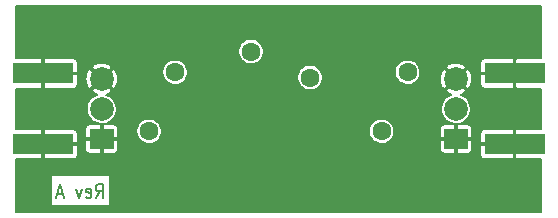
<source format=gbl>
G04 #@! TF.FileFunction,Copper,L2,Bot,Signal*
%FSLAX46Y46*%
G04 Gerber Fmt 4.6, Leading zero omitted, Abs format (unit mm)*
G04 Created by KiCad (PCBNEW 0.201510291901+6286~30~ubuntu14.04.1-product) date Sat 07 Nov 2015 01:58:48 PM PST*
%MOMM*%
G01*
G04 APERTURE LIST*
%ADD10C,0.100000*%
%ADD11C,0.200000*%
%ADD12C,0.500000*%
%ADD13R,5.080000X1.800000*%
%ADD14C,0.300000*%
%ADD15C,1.600000*%
%ADD16R,2.032000X1.727200*%
%ADD17C,2.000000*%
%ADD18C,0.150000*%
G04 APERTURE END LIST*
D10*
D11*
X107009524Y-98542857D02*
X107342858Y-97971429D01*
X107580953Y-98542857D02*
X107580953Y-97342857D01*
X107200000Y-97342857D01*
X107104762Y-97400000D01*
X107057143Y-97457143D01*
X107009524Y-97571429D01*
X107009524Y-97742857D01*
X107057143Y-97857143D01*
X107104762Y-97914286D01*
X107200000Y-97971429D01*
X107580953Y-97971429D01*
X106200000Y-98485714D02*
X106295238Y-98542857D01*
X106485715Y-98542857D01*
X106580953Y-98485714D01*
X106628572Y-98371429D01*
X106628572Y-97914286D01*
X106580953Y-97800000D01*
X106485715Y-97742857D01*
X106295238Y-97742857D01*
X106200000Y-97800000D01*
X106152381Y-97914286D01*
X106152381Y-98028571D01*
X106628572Y-98142857D01*
X105819048Y-97742857D02*
X105580953Y-98542857D01*
X105342857Y-97742857D01*
X104247619Y-98200000D02*
X103771428Y-98200000D01*
X104342857Y-98542857D02*
X104009524Y-97342857D01*
X103676190Y-98542857D01*
D12*
X128800000Y-86000000D03*
X116300000Y-86000000D03*
X116300000Y-89400000D03*
X128800000Y-89400000D03*
X109500000Y-88000000D03*
X135400000Y-88000000D03*
X109500000Y-94000000D03*
X135400000Y-94000000D03*
X125800000Y-93500000D03*
X125800000Y-96500000D03*
X122300000Y-96500000D03*
X122300000Y-93500000D03*
X118800000Y-96500000D03*
X118800000Y-93500000D03*
X139350000Y-94000000D03*
X139350000Y-88000000D03*
X143500000Y-92500000D03*
X141300000Y-92500000D03*
X143500000Y-89500000D03*
X141300000Y-89500000D03*
X141300000Y-86400000D03*
X143500000Y-86400000D03*
X143500000Y-95600000D03*
X141300000Y-95600000D03*
X103650000Y-92500000D03*
X101500000Y-92500000D03*
X101500000Y-89500000D03*
X103700000Y-89500000D03*
X103700000Y-86400000D03*
X101500000Y-86400000D03*
X103700000Y-95600000D03*
X101500000Y-95600000D03*
X105700000Y-88000000D03*
X105700000Y-94000000D03*
D13*
X102560000Y-88000000D03*
D14*
X104600000Y-88000000D03*
X100600000Y-88000000D03*
X101600000Y-88500000D03*
X101600000Y-87500000D03*
X102600000Y-88000000D03*
X103600000Y-88500000D03*
X103600000Y-87500000D03*
X104600000Y-94000000D03*
X100600000Y-94000000D03*
X101600000Y-94500000D03*
X101600000Y-93500000D03*
X102600000Y-94000000D03*
X103600000Y-94500000D03*
X103600000Y-93500000D03*
D13*
X102560000Y-94000000D03*
X142460000Y-88000000D03*
D14*
X144500000Y-88000000D03*
X140500000Y-88000000D03*
X141500000Y-88500000D03*
X141500000Y-87500000D03*
X142500000Y-88000000D03*
X143500000Y-88500000D03*
X143500000Y-87500000D03*
X144500000Y-94000000D03*
X140500000Y-94000000D03*
X141500000Y-94500000D03*
X141500000Y-93500000D03*
X142500000Y-94000000D03*
X143500000Y-94500000D03*
X143500000Y-93500000D03*
D13*
X142460000Y-94000000D03*
D15*
X133400000Y-87900000D03*
X131200000Y-92900000D03*
X120150000Y-86150000D03*
X125150000Y-88350000D03*
X111500000Y-92900000D03*
X113700000Y-87900000D03*
D16*
X137500000Y-93550000D03*
D17*
X137500000Y-91010000D03*
X137500000Y-88470000D03*
D16*
X107500000Y-93550000D03*
D17*
X107500000Y-91010000D03*
X107500000Y-88470000D03*
D18*
G36*
X144720000Y-86725000D02*
X142628750Y-86725000D01*
X142535000Y-86818750D01*
X142535000Y-87925000D01*
X142555000Y-87925000D01*
X142555000Y-88075000D01*
X142535000Y-88075000D01*
X142535000Y-89181250D01*
X142628750Y-89275000D01*
X144720000Y-89275000D01*
X144720000Y-92725000D01*
X142628750Y-92725000D01*
X142535000Y-92818750D01*
X142535000Y-93925000D01*
X142555000Y-93925000D01*
X142555000Y-94075000D01*
X142535000Y-94075000D01*
X142535000Y-95181250D01*
X142628750Y-95275000D01*
X144720000Y-95275000D01*
X144720000Y-99720000D01*
X100280000Y-99720000D01*
X100280000Y-96585000D01*
X103205952Y-96585000D01*
X103205952Y-99215000D01*
X108194048Y-99215000D01*
X108194048Y-96585000D01*
X103205952Y-96585000D01*
X100280000Y-96585000D01*
X100280000Y-95275000D01*
X102391250Y-95275000D01*
X102485000Y-95181250D01*
X102485000Y-94075000D01*
X102635000Y-94075000D01*
X102635000Y-95181250D01*
X102728750Y-95275000D01*
X105136935Y-95275000D01*
X105209384Y-95260589D01*
X105277629Y-95232321D01*
X105339049Y-95191281D01*
X105391282Y-95139048D01*
X105432321Y-95077629D01*
X105460589Y-95009383D01*
X105475000Y-94936934D01*
X105475000Y-94168750D01*
X105381250Y-94075000D01*
X102635000Y-94075000D01*
X102485000Y-94075000D01*
X102465000Y-94075000D01*
X102465000Y-93925000D01*
X102485000Y-93925000D01*
X102485000Y-92818750D01*
X102635000Y-92818750D01*
X102635000Y-93925000D01*
X105381250Y-93925000D01*
X105475000Y-93831250D01*
X105475000Y-93718750D01*
X106109000Y-93718750D01*
X106109000Y-94450535D01*
X106123411Y-94522984D01*
X106151679Y-94591229D01*
X106192719Y-94652649D01*
X106244952Y-94704882D01*
X106306371Y-94745921D01*
X106374617Y-94774189D01*
X106447066Y-94788600D01*
X107331250Y-94788600D01*
X107425000Y-94694850D01*
X107425000Y-93625000D01*
X107575000Y-93625000D01*
X107575000Y-94694850D01*
X107668750Y-94788600D01*
X108552934Y-94788600D01*
X108625383Y-94774189D01*
X108693629Y-94745921D01*
X108755048Y-94704882D01*
X108807281Y-94652649D01*
X108848321Y-94591229D01*
X108876589Y-94522984D01*
X108891000Y-94450535D01*
X108891000Y-93718750D01*
X108797250Y-93625000D01*
X107575000Y-93625000D01*
X107425000Y-93625000D01*
X106202750Y-93625000D01*
X106109000Y-93718750D01*
X105475000Y-93718750D01*
X105475000Y-93063066D01*
X105460589Y-92990617D01*
X105432321Y-92922371D01*
X105391282Y-92860952D01*
X105339049Y-92808719D01*
X105277629Y-92767679D01*
X105209384Y-92739411D01*
X105136935Y-92725000D01*
X102728750Y-92725000D01*
X102635000Y-92818750D01*
X102485000Y-92818750D01*
X102391250Y-92725000D01*
X100280000Y-92725000D01*
X100280000Y-92649465D01*
X106109000Y-92649465D01*
X106109000Y-93381250D01*
X106202750Y-93475000D01*
X107425000Y-93475000D01*
X107425000Y-92405150D01*
X107575000Y-92405150D01*
X107575000Y-93475000D01*
X108797250Y-93475000D01*
X108891000Y-93381250D01*
X108891000Y-92990389D01*
X110423587Y-92990389D01*
X110461644Y-93197744D01*
X110539252Y-93393758D01*
X110653454Y-93570964D01*
X110799900Y-93722614D01*
X110973014Y-93842931D01*
X111166200Y-93927332D01*
X111372100Y-93972602D01*
X111582872Y-93977017D01*
X111790487Y-93940409D01*
X111987038Y-93864172D01*
X112165038Y-93751210D01*
X112317707Y-93605826D01*
X112439229Y-93433556D01*
X112524977Y-93240964D01*
X112571683Y-93035385D01*
X112572311Y-92990389D01*
X130123587Y-92990389D01*
X130161644Y-93197744D01*
X130239252Y-93393758D01*
X130353454Y-93570964D01*
X130499900Y-93722614D01*
X130673014Y-93842931D01*
X130866200Y-93927332D01*
X131072100Y-93972602D01*
X131282872Y-93977017D01*
X131490487Y-93940409D01*
X131687038Y-93864172D01*
X131865038Y-93751210D01*
X131899124Y-93718750D01*
X136109000Y-93718750D01*
X136109000Y-94450535D01*
X136123411Y-94522984D01*
X136151679Y-94591229D01*
X136192719Y-94652649D01*
X136244952Y-94704882D01*
X136306371Y-94745921D01*
X136374617Y-94774189D01*
X136447066Y-94788600D01*
X137331250Y-94788600D01*
X137425000Y-94694850D01*
X137425000Y-93625000D01*
X137575000Y-93625000D01*
X137575000Y-94694850D01*
X137668750Y-94788600D01*
X138552934Y-94788600D01*
X138625383Y-94774189D01*
X138693629Y-94745921D01*
X138755048Y-94704882D01*
X138807281Y-94652649D01*
X138848321Y-94591229D01*
X138876589Y-94522984D01*
X138891000Y-94450535D01*
X138891000Y-94168750D01*
X139545000Y-94168750D01*
X139545000Y-94936934D01*
X139559411Y-95009383D01*
X139587679Y-95077629D01*
X139628718Y-95139048D01*
X139680951Y-95191281D01*
X139742371Y-95232321D01*
X139810616Y-95260589D01*
X139883065Y-95275000D01*
X142291250Y-95275000D01*
X142385000Y-95181250D01*
X142385000Y-94075000D01*
X139638750Y-94075000D01*
X139545000Y-94168750D01*
X138891000Y-94168750D01*
X138891000Y-93718750D01*
X138797250Y-93625000D01*
X137575000Y-93625000D01*
X137425000Y-93625000D01*
X136202750Y-93625000D01*
X136109000Y-93718750D01*
X131899124Y-93718750D01*
X132017707Y-93605826D01*
X132139229Y-93433556D01*
X132224977Y-93240964D01*
X132271683Y-93035385D01*
X132275046Y-92794591D01*
X132246310Y-92649465D01*
X136109000Y-92649465D01*
X136109000Y-93381250D01*
X136202750Y-93475000D01*
X137425000Y-93475000D01*
X137425000Y-92405150D01*
X137575000Y-92405150D01*
X137575000Y-93475000D01*
X138797250Y-93475000D01*
X138891000Y-93381250D01*
X138891000Y-93063066D01*
X139545000Y-93063066D01*
X139545000Y-93831250D01*
X139638750Y-93925000D01*
X142385000Y-93925000D01*
X142385000Y-92818750D01*
X142291250Y-92725000D01*
X139883065Y-92725000D01*
X139810616Y-92739411D01*
X139742371Y-92767679D01*
X139680951Y-92808719D01*
X139628718Y-92860952D01*
X139587679Y-92922371D01*
X139559411Y-92990617D01*
X139545000Y-93063066D01*
X138891000Y-93063066D01*
X138891000Y-92649465D01*
X138876589Y-92577016D01*
X138848321Y-92508771D01*
X138807281Y-92447351D01*
X138755048Y-92395118D01*
X138693629Y-92354079D01*
X138625383Y-92325811D01*
X138552934Y-92311400D01*
X137668750Y-92311400D01*
X137575000Y-92405150D01*
X137425000Y-92405150D01*
X137331250Y-92311400D01*
X136447066Y-92311400D01*
X136374617Y-92325811D01*
X136306371Y-92354079D01*
X136244952Y-92395118D01*
X136192719Y-92447351D01*
X136151679Y-92508771D01*
X136123411Y-92577016D01*
X136109000Y-92649465D01*
X132246310Y-92649465D01*
X132234097Y-92587788D01*
X132153761Y-92392876D01*
X132037096Y-92217281D01*
X131888546Y-92067691D01*
X131713770Y-91949803D01*
X131519424Y-91868107D01*
X131312912Y-91825716D01*
X131102099Y-91824245D01*
X130895014Y-91863748D01*
X130699547Y-91942722D01*
X130523142Y-92058158D01*
X130372518Y-92205660D01*
X130253413Y-92379609D01*
X130170362Y-92573380D01*
X130126531Y-92779591D01*
X130123587Y-92990389D01*
X112572311Y-92990389D01*
X112575046Y-92794591D01*
X112534097Y-92587788D01*
X112453761Y-92392876D01*
X112337096Y-92217281D01*
X112188546Y-92067691D01*
X112013770Y-91949803D01*
X111819424Y-91868107D01*
X111612912Y-91825716D01*
X111402099Y-91824245D01*
X111195014Y-91863748D01*
X110999547Y-91942722D01*
X110823142Y-92058158D01*
X110672518Y-92205660D01*
X110553413Y-92379609D01*
X110470362Y-92573380D01*
X110426531Y-92779591D01*
X110423587Y-92990389D01*
X108891000Y-92990389D01*
X108891000Y-92649465D01*
X108876589Y-92577016D01*
X108848321Y-92508771D01*
X108807281Y-92447351D01*
X108755048Y-92395118D01*
X108693629Y-92354079D01*
X108625383Y-92325811D01*
X108552934Y-92311400D01*
X107668750Y-92311400D01*
X107575000Y-92405150D01*
X107425000Y-92405150D01*
X107331250Y-92311400D01*
X106447066Y-92311400D01*
X106374617Y-92325811D01*
X106306371Y-92354079D01*
X106244952Y-92395118D01*
X106192719Y-92447351D01*
X106151679Y-92508771D01*
X106123411Y-92577016D01*
X106109000Y-92649465D01*
X100280000Y-92649465D01*
X100280000Y-91117205D01*
X106223324Y-91117205D01*
X106268461Y-91363138D01*
X106360507Y-91595620D01*
X106495956Y-91805795D01*
X106669649Y-91985659D01*
X106874969Y-92128361D01*
X107104097Y-92228464D01*
X107348305Y-92282157D01*
X107598290Y-92287393D01*
X107844532Y-92243974D01*
X108077650Y-92153553D01*
X108288766Y-92019575D01*
X108469839Y-91847142D01*
X108613970Y-91642823D01*
X108715671Y-91414400D01*
X108771067Y-91170573D01*
X108771812Y-91117205D01*
X136223324Y-91117205D01*
X136268461Y-91363138D01*
X136360507Y-91595620D01*
X136495956Y-91805795D01*
X136669649Y-91985659D01*
X136874969Y-92128361D01*
X137104097Y-92228464D01*
X137348305Y-92282157D01*
X137598290Y-92287393D01*
X137844532Y-92243974D01*
X138077650Y-92153553D01*
X138288766Y-92019575D01*
X138469839Y-91847142D01*
X138613970Y-91642823D01*
X138715671Y-91414400D01*
X138771067Y-91170573D01*
X138775054Y-90884980D01*
X138726488Y-90639701D01*
X138631205Y-90408528D01*
X138492835Y-90200264D01*
X138316648Y-90022842D01*
X138109355Y-89883022D01*
X137887388Y-89789715D01*
X138047873Y-89738385D01*
X138250242Y-89630217D01*
X138356106Y-89432172D01*
X137500000Y-88576066D01*
X136643894Y-89432172D01*
X136749758Y-89630217D01*
X136990521Y-89754288D01*
X137115502Y-89790157D01*
X136906439Y-89874623D01*
X136697215Y-90011536D01*
X136518568Y-90186480D01*
X136377303Y-90392792D01*
X136278802Y-90622613D01*
X136226815Y-90867189D01*
X136223324Y-91117205D01*
X108771812Y-91117205D01*
X108775054Y-90884980D01*
X108726488Y-90639701D01*
X108631205Y-90408528D01*
X108492835Y-90200264D01*
X108316648Y-90022842D01*
X108109355Y-89883022D01*
X107887388Y-89789715D01*
X108047873Y-89738385D01*
X108250242Y-89630217D01*
X108356106Y-89432172D01*
X107500000Y-88576066D01*
X106643894Y-89432172D01*
X106749758Y-89630217D01*
X106990521Y-89754288D01*
X107115502Y-89790157D01*
X106906439Y-89874623D01*
X106697215Y-90011536D01*
X106518568Y-90186480D01*
X106377303Y-90392792D01*
X106278802Y-90622613D01*
X106226815Y-90867189D01*
X106223324Y-91117205D01*
X100280000Y-91117205D01*
X100280000Y-89275000D01*
X102391250Y-89275000D01*
X102485000Y-89181250D01*
X102485000Y-88075000D01*
X102635000Y-88075000D01*
X102635000Y-89181250D01*
X102728750Y-89275000D01*
X105136935Y-89275000D01*
X105209384Y-89260589D01*
X105277629Y-89232321D01*
X105339049Y-89191281D01*
X105391282Y-89139048D01*
X105432321Y-89077629D01*
X105460589Y-89009383D01*
X105475000Y-88936934D01*
X105475000Y-88490778D01*
X106118504Y-88490778D01*
X106149102Y-88759895D01*
X106231615Y-89017873D01*
X106339783Y-89220242D01*
X106537828Y-89326106D01*
X107393934Y-88470000D01*
X107606066Y-88470000D01*
X108462172Y-89326106D01*
X108660217Y-89220242D01*
X108784288Y-88979479D01*
X108859005Y-88719138D01*
X108881496Y-88449222D01*
X108850898Y-88180105D01*
X108790219Y-87990389D01*
X112623587Y-87990389D01*
X112661644Y-88197744D01*
X112739252Y-88393758D01*
X112853454Y-88570964D01*
X112999900Y-88722614D01*
X113173014Y-88842931D01*
X113366200Y-88927332D01*
X113572100Y-88972602D01*
X113782872Y-88977017D01*
X113990487Y-88940409D01*
X114187038Y-88864172D01*
X114365038Y-88751210D01*
X114517707Y-88605826D01*
X114634408Y-88440389D01*
X124073587Y-88440389D01*
X124111644Y-88647744D01*
X124189252Y-88843758D01*
X124303454Y-89020964D01*
X124449900Y-89172614D01*
X124623014Y-89292931D01*
X124816200Y-89377332D01*
X125022100Y-89422602D01*
X125232872Y-89427017D01*
X125440487Y-89390409D01*
X125637038Y-89314172D01*
X125815038Y-89201210D01*
X125967707Y-89055826D01*
X126089229Y-88883556D01*
X126174977Y-88690964D01*
X126221683Y-88485385D01*
X126225046Y-88244591D01*
X126184097Y-88037788D01*
X126164561Y-87990389D01*
X132323587Y-87990389D01*
X132361644Y-88197744D01*
X132439252Y-88393758D01*
X132553454Y-88570964D01*
X132699900Y-88722614D01*
X132873014Y-88842931D01*
X133066200Y-88927332D01*
X133272100Y-88972602D01*
X133482872Y-88977017D01*
X133690487Y-88940409D01*
X133887038Y-88864172D01*
X134065038Y-88751210D01*
X134217707Y-88605826D01*
X134298863Y-88490778D01*
X136118504Y-88490778D01*
X136149102Y-88759895D01*
X136231615Y-89017873D01*
X136339783Y-89220242D01*
X136537828Y-89326106D01*
X137393934Y-88470000D01*
X137606066Y-88470000D01*
X138462172Y-89326106D01*
X138660217Y-89220242D01*
X138784288Y-88979479D01*
X138859005Y-88719138D01*
X138881496Y-88449222D01*
X138850898Y-88180105D01*
X138847267Y-88168750D01*
X139545000Y-88168750D01*
X139545000Y-88936934D01*
X139559411Y-89009383D01*
X139587679Y-89077629D01*
X139628718Y-89139048D01*
X139680951Y-89191281D01*
X139742371Y-89232321D01*
X139810616Y-89260589D01*
X139883065Y-89275000D01*
X142291250Y-89275000D01*
X142385000Y-89181250D01*
X142385000Y-88075000D01*
X139638750Y-88075000D01*
X139545000Y-88168750D01*
X138847267Y-88168750D01*
X138768385Y-87922127D01*
X138660217Y-87719758D01*
X138462172Y-87613894D01*
X137606066Y-88470000D01*
X137393934Y-88470000D01*
X136537828Y-87613894D01*
X136339783Y-87719758D01*
X136215712Y-87960521D01*
X136140995Y-88220862D01*
X136118504Y-88490778D01*
X134298863Y-88490778D01*
X134339229Y-88433556D01*
X134424977Y-88240964D01*
X134471683Y-88035385D01*
X134475046Y-87794591D01*
X134434097Y-87587788D01*
X134401141Y-87507828D01*
X136643894Y-87507828D01*
X137500000Y-88363934D01*
X138356106Y-87507828D01*
X138250242Y-87309783D01*
X138009479Y-87185712D01*
X137749138Y-87110995D01*
X137479222Y-87088504D01*
X137210105Y-87119102D01*
X136952127Y-87201615D01*
X136749758Y-87309783D01*
X136643894Y-87507828D01*
X134401141Y-87507828D01*
X134353761Y-87392876D01*
X134237096Y-87217281D01*
X134088546Y-87067691D01*
X134081690Y-87063066D01*
X139545000Y-87063066D01*
X139545000Y-87831250D01*
X139638750Y-87925000D01*
X142385000Y-87925000D01*
X142385000Y-86818750D01*
X142291250Y-86725000D01*
X139883065Y-86725000D01*
X139810616Y-86739411D01*
X139742371Y-86767679D01*
X139680951Y-86808719D01*
X139628718Y-86860952D01*
X139587679Y-86922371D01*
X139559411Y-86990617D01*
X139545000Y-87063066D01*
X134081690Y-87063066D01*
X133913770Y-86949803D01*
X133719424Y-86868107D01*
X133512912Y-86825716D01*
X133302099Y-86824245D01*
X133095014Y-86863748D01*
X132899547Y-86942722D01*
X132723142Y-87058158D01*
X132572518Y-87205660D01*
X132453413Y-87379609D01*
X132370362Y-87573380D01*
X132326531Y-87779591D01*
X132323587Y-87990389D01*
X126164561Y-87990389D01*
X126103761Y-87842876D01*
X125987096Y-87667281D01*
X125838546Y-87517691D01*
X125663770Y-87399803D01*
X125469424Y-87318107D01*
X125262912Y-87275716D01*
X125052099Y-87274245D01*
X124845014Y-87313748D01*
X124649547Y-87392722D01*
X124473142Y-87508158D01*
X124322518Y-87655660D01*
X124203413Y-87829609D01*
X124120362Y-88023380D01*
X124076531Y-88229591D01*
X124073587Y-88440389D01*
X114634408Y-88440389D01*
X114639229Y-88433556D01*
X114724977Y-88240964D01*
X114771683Y-88035385D01*
X114775046Y-87794591D01*
X114734097Y-87587788D01*
X114653761Y-87392876D01*
X114537096Y-87217281D01*
X114388546Y-87067691D01*
X114213770Y-86949803D01*
X114019424Y-86868107D01*
X113812912Y-86825716D01*
X113602099Y-86824245D01*
X113395014Y-86863748D01*
X113199547Y-86942722D01*
X113023142Y-87058158D01*
X112872518Y-87205660D01*
X112753413Y-87379609D01*
X112670362Y-87573380D01*
X112626531Y-87779591D01*
X112623587Y-87990389D01*
X108790219Y-87990389D01*
X108768385Y-87922127D01*
X108660217Y-87719758D01*
X108462172Y-87613894D01*
X107606066Y-88470000D01*
X107393934Y-88470000D01*
X106537828Y-87613894D01*
X106339783Y-87719758D01*
X106215712Y-87960521D01*
X106140995Y-88220862D01*
X106118504Y-88490778D01*
X105475000Y-88490778D01*
X105475000Y-88168750D01*
X105381250Y-88075000D01*
X102635000Y-88075000D01*
X102485000Y-88075000D01*
X102465000Y-88075000D01*
X102465000Y-87925000D01*
X102485000Y-87925000D01*
X102485000Y-86818750D01*
X102635000Y-86818750D01*
X102635000Y-87925000D01*
X105381250Y-87925000D01*
X105475000Y-87831250D01*
X105475000Y-87507828D01*
X106643894Y-87507828D01*
X107500000Y-88363934D01*
X108356106Y-87507828D01*
X108250242Y-87309783D01*
X108009479Y-87185712D01*
X107749138Y-87110995D01*
X107479222Y-87088504D01*
X107210105Y-87119102D01*
X106952127Y-87201615D01*
X106749758Y-87309783D01*
X106643894Y-87507828D01*
X105475000Y-87507828D01*
X105475000Y-87063066D01*
X105460589Y-86990617D01*
X105432321Y-86922371D01*
X105391282Y-86860952D01*
X105339049Y-86808719D01*
X105277629Y-86767679D01*
X105209384Y-86739411D01*
X105136935Y-86725000D01*
X102728750Y-86725000D01*
X102635000Y-86818750D01*
X102485000Y-86818750D01*
X102391250Y-86725000D01*
X100280000Y-86725000D01*
X100280000Y-86240389D01*
X119073587Y-86240389D01*
X119111644Y-86447744D01*
X119189252Y-86643758D01*
X119303454Y-86820964D01*
X119449900Y-86972614D01*
X119623014Y-87092931D01*
X119816200Y-87177332D01*
X120022100Y-87222602D01*
X120232872Y-87227017D01*
X120440487Y-87190409D01*
X120637038Y-87114172D01*
X120815038Y-87001210D01*
X120967707Y-86855826D01*
X121089229Y-86683556D01*
X121174977Y-86490964D01*
X121221683Y-86285385D01*
X121225046Y-86044591D01*
X121184097Y-85837788D01*
X121103761Y-85642876D01*
X120987096Y-85467281D01*
X120838546Y-85317691D01*
X120663770Y-85199803D01*
X120469424Y-85118107D01*
X120262912Y-85075716D01*
X120052099Y-85074245D01*
X119845014Y-85113748D01*
X119649547Y-85192722D01*
X119473142Y-85308158D01*
X119322518Y-85455660D01*
X119203413Y-85629609D01*
X119120362Y-85823380D01*
X119076531Y-86029591D01*
X119073587Y-86240389D01*
X100280000Y-86240389D01*
X100280000Y-82280000D01*
X144720000Y-82280000D01*
X144720000Y-86725000D01*
X144720000Y-86725000D01*
G37*
X144720000Y-86725000D02*
X142628750Y-86725000D01*
X142535000Y-86818750D01*
X142535000Y-87925000D01*
X142555000Y-87925000D01*
X142555000Y-88075000D01*
X142535000Y-88075000D01*
X142535000Y-89181250D01*
X142628750Y-89275000D01*
X144720000Y-89275000D01*
X144720000Y-92725000D01*
X142628750Y-92725000D01*
X142535000Y-92818750D01*
X142535000Y-93925000D01*
X142555000Y-93925000D01*
X142555000Y-94075000D01*
X142535000Y-94075000D01*
X142535000Y-95181250D01*
X142628750Y-95275000D01*
X144720000Y-95275000D01*
X144720000Y-99720000D01*
X100280000Y-99720000D01*
X100280000Y-96585000D01*
X103205952Y-96585000D01*
X103205952Y-99215000D01*
X108194048Y-99215000D01*
X108194048Y-96585000D01*
X103205952Y-96585000D01*
X100280000Y-96585000D01*
X100280000Y-95275000D01*
X102391250Y-95275000D01*
X102485000Y-95181250D01*
X102485000Y-94075000D01*
X102635000Y-94075000D01*
X102635000Y-95181250D01*
X102728750Y-95275000D01*
X105136935Y-95275000D01*
X105209384Y-95260589D01*
X105277629Y-95232321D01*
X105339049Y-95191281D01*
X105391282Y-95139048D01*
X105432321Y-95077629D01*
X105460589Y-95009383D01*
X105475000Y-94936934D01*
X105475000Y-94168750D01*
X105381250Y-94075000D01*
X102635000Y-94075000D01*
X102485000Y-94075000D01*
X102465000Y-94075000D01*
X102465000Y-93925000D01*
X102485000Y-93925000D01*
X102485000Y-92818750D01*
X102635000Y-92818750D01*
X102635000Y-93925000D01*
X105381250Y-93925000D01*
X105475000Y-93831250D01*
X105475000Y-93718750D01*
X106109000Y-93718750D01*
X106109000Y-94450535D01*
X106123411Y-94522984D01*
X106151679Y-94591229D01*
X106192719Y-94652649D01*
X106244952Y-94704882D01*
X106306371Y-94745921D01*
X106374617Y-94774189D01*
X106447066Y-94788600D01*
X107331250Y-94788600D01*
X107425000Y-94694850D01*
X107425000Y-93625000D01*
X107575000Y-93625000D01*
X107575000Y-94694850D01*
X107668750Y-94788600D01*
X108552934Y-94788600D01*
X108625383Y-94774189D01*
X108693629Y-94745921D01*
X108755048Y-94704882D01*
X108807281Y-94652649D01*
X108848321Y-94591229D01*
X108876589Y-94522984D01*
X108891000Y-94450535D01*
X108891000Y-93718750D01*
X108797250Y-93625000D01*
X107575000Y-93625000D01*
X107425000Y-93625000D01*
X106202750Y-93625000D01*
X106109000Y-93718750D01*
X105475000Y-93718750D01*
X105475000Y-93063066D01*
X105460589Y-92990617D01*
X105432321Y-92922371D01*
X105391282Y-92860952D01*
X105339049Y-92808719D01*
X105277629Y-92767679D01*
X105209384Y-92739411D01*
X105136935Y-92725000D01*
X102728750Y-92725000D01*
X102635000Y-92818750D01*
X102485000Y-92818750D01*
X102391250Y-92725000D01*
X100280000Y-92725000D01*
X100280000Y-92649465D01*
X106109000Y-92649465D01*
X106109000Y-93381250D01*
X106202750Y-93475000D01*
X107425000Y-93475000D01*
X107425000Y-92405150D01*
X107575000Y-92405150D01*
X107575000Y-93475000D01*
X108797250Y-93475000D01*
X108891000Y-93381250D01*
X108891000Y-92990389D01*
X110423587Y-92990389D01*
X110461644Y-93197744D01*
X110539252Y-93393758D01*
X110653454Y-93570964D01*
X110799900Y-93722614D01*
X110973014Y-93842931D01*
X111166200Y-93927332D01*
X111372100Y-93972602D01*
X111582872Y-93977017D01*
X111790487Y-93940409D01*
X111987038Y-93864172D01*
X112165038Y-93751210D01*
X112317707Y-93605826D01*
X112439229Y-93433556D01*
X112524977Y-93240964D01*
X112571683Y-93035385D01*
X112572311Y-92990389D01*
X130123587Y-92990389D01*
X130161644Y-93197744D01*
X130239252Y-93393758D01*
X130353454Y-93570964D01*
X130499900Y-93722614D01*
X130673014Y-93842931D01*
X130866200Y-93927332D01*
X131072100Y-93972602D01*
X131282872Y-93977017D01*
X131490487Y-93940409D01*
X131687038Y-93864172D01*
X131865038Y-93751210D01*
X131899124Y-93718750D01*
X136109000Y-93718750D01*
X136109000Y-94450535D01*
X136123411Y-94522984D01*
X136151679Y-94591229D01*
X136192719Y-94652649D01*
X136244952Y-94704882D01*
X136306371Y-94745921D01*
X136374617Y-94774189D01*
X136447066Y-94788600D01*
X137331250Y-94788600D01*
X137425000Y-94694850D01*
X137425000Y-93625000D01*
X137575000Y-93625000D01*
X137575000Y-94694850D01*
X137668750Y-94788600D01*
X138552934Y-94788600D01*
X138625383Y-94774189D01*
X138693629Y-94745921D01*
X138755048Y-94704882D01*
X138807281Y-94652649D01*
X138848321Y-94591229D01*
X138876589Y-94522984D01*
X138891000Y-94450535D01*
X138891000Y-94168750D01*
X139545000Y-94168750D01*
X139545000Y-94936934D01*
X139559411Y-95009383D01*
X139587679Y-95077629D01*
X139628718Y-95139048D01*
X139680951Y-95191281D01*
X139742371Y-95232321D01*
X139810616Y-95260589D01*
X139883065Y-95275000D01*
X142291250Y-95275000D01*
X142385000Y-95181250D01*
X142385000Y-94075000D01*
X139638750Y-94075000D01*
X139545000Y-94168750D01*
X138891000Y-94168750D01*
X138891000Y-93718750D01*
X138797250Y-93625000D01*
X137575000Y-93625000D01*
X137425000Y-93625000D01*
X136202750Y-93625000D01*
X136109000Y-93718750D01*
X131899124Y-93718750D01*
X132017707Y-93605826D01*
X132139229Y-93433556D01*
X132224977Y-93240964D01*
X132271683Y-93035385D01*
X132275046Y-92794591D01*
X132246310Y-92649465D01*
X136109000Y-92649465D01*
X136109000Y-93381250D01*
X136202750Y-93475000D01*
X137425000Y-93475000D01*
X137425000Y-92405150D01*
X137575000Y-92405150D01*
X137575000Y-93475000D01*
X138797250Y-93475000D01*
X138891000Y-93381250D01*
X138891000Y-93063066D01*
X139545000Y-93063066D01*
X139545000Y-93831250D01*
X139638750Y-93925000D01*
X142385000Y-93925000D01*
X142385000Y-92818750D01*
X142291250Y-92725000D01*
X139883065Y-92725000D01*
X139810616Y-92739411D01*
X139742371Y-92767679D01*
X139680951Y-92808719D01*
X139628718Y-92860952D01*
X139587679Y-92922371D01*
X139559411Y-92990617D01*
X139545000Y-93063066D01*
X138891000Y-93063066D01*
X138891000Y-92649465D01*
X138876589Y-92577016D01*
X138848321Y-92508771D01*
X138807281Y-92447351D01*
X138755048Y-92395118D01*
X138693629Y-92354079D01*
X138625383Y-92325811D01*
X138552934Y-92311400D01*
X137668750Y-92311400D01*
X137575000Y-92405150D01*
X137425000Y-92405150D01*
X137331250Y-92311400D01*
X136447066Y-92311400D01*
X136374617Y-92325811D01*
X136306371Y-92354079D01*
X136244952Y-92395118D01*
X136192719Y-92447351D01*
X136151679Y-92508771D01*
X136123411Y-92577016D01*
X136109000Y-92649465D01*
X132246310Y-92649465D01*
X132234097Y-92587788D01*
X132153761Y-92392876D01*
X132037096Y-92217281D01*
X131888546Y-92067691D01*
X131713770Y-91949803D01*
X131519424Y-91868107D01*
X131312912Y-91825716D01*
X131102099Y-91824245D01*
X130895014Y-91863748D01*
X130699547Y-91942722D01*
X130523142Y-92058158D01*
X130372518Y-92205660D01*
X130253413Y-92379609D01*
X130170362Y-92573380D01*
X130126531Y-92779591D01*
X130123587Y-92990389D01*
X112572311Y-92990389D01*
X112575046Y-92794591D01*
X112534097Y-92587788D01*
X112453761Y-92392876D01*
X112337096Y-92217281D01*
X112188546Y-92067691D01*
X112013770Y-91949803D01*
X111819424Y-91868107D01*
X111612912Y-91825716D01*
X111402099Y-91824245D01*
X111195014Y-91863748D01*
X110999547Y-91942722D01*
X110823142Y-92058158D01*
X110672518Y-92205660D01*
X110553413Y-92379609D01*
X110470362Y-92573380D01*
X110426531Y-92779591D01*
X110423587Y-92990389D01*
X108891000Y-92990389D01*
X108891000Y-92649465D01*
X108876589Y-92577016D01*
X108848321Y-92508771D01*
X108807281Y-92447351D01*
X108755048Y-92395118D01*
X108693629Y-92354079D01*
X108625383Y-92325811D01*
X108552934Y-92311400D01*
X107668750Y-92311400D01*
X107575000Y-92405150D01*
X107425000Y-92405150D01*
X107331250Y-92311400D01*
X106447066Y-92311400D01*
X106374617Y-92325811D01*
X106306371Y-92354079D01*
X106244952Y-92395118D01*
X106192719Y-92447351D01*
X106151679Y-92508771D01*
X106123411Y-92577016D01*
X106109000Y-92649465D01*
X100280000Y-92649465D01*
X100280000Y-91117205D01*
X106223324Y-91117205D01*
X106268461Y-91363138D01*
X106360507Y-91595620D01*
X106495956Y-91805795D01*
X106669649Y-91985659D01*
X106874969Y-92128361D01*
X107104097Y-92228464D01*
X107348305Y-92282157D01*
X107598290Y-92287393D01*
X107844532Y-92243974D01*
X108077650Y-92153553D01*
X108288766Y-92019575D01*
X108469839Y-91847142D01*
X108613970Y-91642823D01*
X108715671Y-91414400D01*
X108771067Y-91170573D01*
X108771812Y-91117205D01*
X136223324Y-91117205D01*
X136268461Y-91363138D01*
X136360507Y-91595620D01*
X136495956Y-91805795D01*
X136669649Y-91985659D01*
X136874969Y-92128361D01*
X137104097Y-92228464D01*
X137348305Y-92282157D01*
X137598290Y-92287393D01*
X137844532Y-92243974D01*
X138077650Y-92153553D01*
X138288766Y-92019575D01*
X138469839Y-91847142D01*
X138613970Y-91642823D01*
X138715671Y-91414400D01*
X138771067Y-91170573D01*
X138775054Y-90884980D01*
X138726488Y-90639701D01*
X138631205Y-90408528D01*
X138492835Y-90200264D01*
X138316648Y-90022842D01*
X138109355Y-89883022D01*
X137887388Y-89789715D01*
X138047873Y-89738385D01*
X138250242Y-89630217D01*
X138356106Y-89432172D01*
X137500000Y-88576066D01*
X136643894Y-89432172D01*
X136749758Y-89630217D01*
X136990521Y-89754288D01*
X137115502Y-89790157D01*
X136906439Y-89874623D01*
X136697215Y-90011536D01*
X136518568Y-90186480D01*
X136377303Y-90392792D01*
X136278802Y-90622613D01*
X136226815Y-90867189D01*
X136223324Y-91117205D01*
X108771812Y-91117205D01*
X108775054Y-90884980D01*
X108726488Y-90639701D01*
X108631205Y-90408528D01*
X108492835Y-90200264D01*
X108316648Y-90022842D01*
X108109355Y-89883022D01*
X107887388Y-89789715D01*
X108047873Y-89738385D01*
X108250242Y-89630217D01*
X108356106Y-89432172D01*
X107500000Y-88576066D01*
X106643894Y-89432172D01*
X106749758Y-89630217D01*
X106990521Y-89754288D01*
X107115502Y-89790157D01*
X106906439Y-89874623D01*
X106697215Y-90011536D01*
X106518568Y-90186480D01*
X106377303Y-90392792D01*
X106278802Y-90622613D01*
X106226815Y-90867189D01*
X106223324Y-91117205D01*
X100280000Y-91117205D01*
X100280000Y-89275000D01*
X102391250Y-89275000D01*
X102485000Y-89181250D01*
X102485000Y-88075000D01*
X102635000Y-88075000D01*
X102635000Y-89181250D01*
X102728750Y-89275000D01*
X105136935Y-89275000D01*
X105209384Y-89260589D01*
X105277629Y-89232321D01*
X105339049Y-89191281D01*
X105391282Y-89139048D01*
X105432321Y-89077629D01*
X105460589Y-89009383D01*
X105475000Y-88936934D01*
X105475000Y-88490778D01*
X106118504Y-88490778D01*
X106149102Y-88759895D01*
X106231615Y-89017873D01*
X106339783Y-89220242D01*
X106537828Y-89326106D01*
X107393934Y-88470000D01*
X107606066Y-88470000D01*
X108462172Y-89326106D01*
X108660217Y-89220242D01*
X108784288Y-88979479D01*
X108859005Y-88719138D01*
X108881496Y-88449222D01*
X108850898Y-88180105D01*
X108790219Y-87990389D01*
X112623587Y-87990389D01*
X112661644Y-88197744D01*
X112739252Y-88393758D01*
X112853454Y-88570964D01*
X112999900Y-88722614D01*
X113173014Y-88842931D01*
X113366200Y-88927332D01*
X113572100Y-88972602D01*
X113782872Y-88977017D01*
X113990487Y-88940409D01*
X114187038Y-88864172D01*
X114365038Y-88751210D01*
X114517707Y-88605826D01*
X114634408Y-88440389D01*
X124073587Y-88440389D01*
X124111644Y-88647744D01*
X124189252Y-88843758D01*
X124303454Y-89020964D01*
X124449900Y-89172614D01*
X124623014Y-89292931D01*
X124816200Y-89377332D01*
X125022100Y-89422602D01*
X125232872Y-89427017D01*
X125440487Y-89390409D01*
X125637038Y-89314172D01*
X125815038Y-89201210D01*
X125967707Y-89055826D01*
X126089229Y-88883556D01*
X126174977Y-88690964D01*
X126221683Y-88485385D01*
X126225046Y-88244591D01*
X126184097Y-88037788D01*
X126164561Y-87990389D01*
X132323587Y-87990389D01*
X132361644Y-88197744D01*
X132439252Y-88393758D01*
X132553454Y-88570964D01*
X132699900Y-88722614D01*
X132873014Y-88842931D01*
X133066200Y-88927332D01*
X133272100Y-88972602D01*
X133482872Y-88977017D01*
X133690487Y-88940409D01*
X133887038Y-88864172D01*
X134065038Y-88751210D01*
X134217707Y-88605826D01*
X134298863Y-88490778D01*
X136118504Y-88490778D01*
X136149102Y-88759895D01*
X136231615Y-89017873D01*
X136339783Y-89220242D01*
X136537828Y-89326106D01*
X137393934Y-88470000D01*
X137606066Y-88470000D01*
X138462172Y-89326106D01*
X138660217Y-89220242D01*
X138784288Y-88979479D01*
X138859005Y-88719138D01*
X138881496Y-88449222D01*
X138850898Y-88180105D01*
X138847267Y-88168750D01*
X139545000Y-88168750D01*
X139545000Y-88936934D01*
X139559411Y-89009383D01*
X139587679Y-89077629D01*
X139628718Y-89139048D01*
X139680951Y-89191281D01*
X139742371Y-89232321D01*
X139810616Y-89260589D01*
X139883065Y-89275000D01*
X142291250Y-89275000D01*
X142385000Y-89181250D01*
X142385000Y-88075000D01*
X139638750Y-88075000D01*
X139545000Y-88168750D01*
X138847267Y-88168750D01*
X138768385Y-87922127D01*
X138660217Y-87719758D01*
X138462172Y-87613894D01*
X137606066Y-88470000D01*
X137393934Y-88470000D01*
X136537828Y-87613894D01*
X136339783Y-87719758D01*
X136215712Y-87960521D01*
X136140995Y-88220862D01*
X136118504Y-88490778D01*
X134298863Y-88490778D01*
X134339229Y-88433556D01*
X134424977Y-88240964D01*
X134471683Y-88035385D01*
X134475046Y-87794591D01*
X134434097Y-87587788D01*
X134401141Y-87507828D01*
X136643894Y-87507828D01*
X137500000Y-88363934D01*
X138356106Y-87507828D01*
X138250242Y-87309783D01*
X138009479Y-87185712D01*
X137749138Y-87110995D01*
X137479222Y-87088504D01*
X137210105Y-87119102D01*
X136952127Y-87201615D01*
X136749758Y-87309783D01*
X136643894Y-87507828D01*
X134401141Y-87507828D01*
X134353761Y-87392876D01*
X134237096Y-87217281D01*
X134088546Y-87067691D01*
X134081690Y-87063066D01*
X139545000Y-87063066D01*
X139545000Y-87831250D01*
X139638750Y-87925000D01*
X142385000Y-87925000D01*
X142385000Y-86818750D01*
X142291250Y-86725000D01*
X139883065Y-86725000D01*
X139810616Y-86739411D01*
X139742371Y-86767679D01*
X139680951Y-86808719D01*
X139628718Y-86860952D01*
X139587679Y-86922371D01*
X139559411Y-86990617D01*
X139545000Y-87063066D01*
X134081690Y-87063066D01*
X133913770Y-86949803D01*
X133719424Y-86868107D01*
X133512912Y-86825716D01*
X133302099Y-86824245D01*
X133095014Y-86863748D01*
X132899547Y-86942722D01*
X132723142Y-87058158D01*
X132572518Y-87205660D01*
X132453413Y-87379609D01*
X132370362Y-87573380D01*
X132326531Y-87779591D01*
X132323587Y-87990389D01*
X126164561Y-87990389D01*
X126103761Y-87842876D01*
X125987096Y-87667281D01*
X125838546Y-87517691D01*
X125663770Y-87399803D01*
X125469424Y-87318107D01*
X125262912Y-87275716D01*
X125052099Y-87274245D01*
X124845014Y-87313748D01*
X124649547Y-87392722D01*
X124473142Y-87508158D01*
X124322518Y-87655660D01*
X124203413Y-87829609D01*
X124120362Y-88023380D01*
X124076531Y-88229591D01*
X124073587Y-88440389D01*
X114634408Y-88440389D01*
X114639229Y-88433556D01*
X114724977Y-88240964D01*
X114771683Y-88035385D01*
X114775046Y-87794591D01*
X114734097Y-87587788D01*
X114653761Y-87392876D01*
X114537096Y-87217281D01*
X114388546Y-87067691D01*
X114213770Y-86949803D01*
X114019424Y-86868107D01*
X113812912Y-86825716D01*
X113602099Y-86824245D01*
X113395014Y-86863748D01*
X113199547Y-86942722D01*
X113023142Y-87058158D01*
X112872518Y-87205660D01*
X112753413Y-87379609D01*
X112670362Y-87573380D01*
X112626531Y-87779591D01*
X112623587Y-87990389D01*
X108790219Y-87990389D01*
X108768385Y-87922127D01*
X108660217Y-87719758D01*
X108462172Y-87613894D01*
X107606066Y-88470000D01*
X107393934Y-88470000D01*
X106537828Y-87613894D01*
X106339783Y-87719758D01*
X106215712Y-87960521D01*
X106140995Y-88220862D01*
X106118504Y-88490778D01*
X105475000Y-88490778D01*
X105475000Y-88168750D01*
X105381250Y-88075000D01*
X102635000Y-88075000D01*
X102485000Y-88075000D01*
X102465000Y-88075000D01*
X102465000Y-87925000D01*
X102485000Y-87925000D01*
X102485000Y-86818750D01*
X102635000Y-86818750D01*
X102635000Y-87925000D01*
X105381250Y-87925000D01*
X105475000Y-87831250D01*
X105475000Y-87507828D01*
X106643894Y-87507828D01*
X107500000Y-88363934D01*
X108356106Y-87507828D01*
X108250242Y-87309783D01*
X108009479Y-87185712D01*
X107749138Y-87110995D01*
X107479222Y-87088504D01*
X107210105Y-87119102D01*
X106952127Y-87201615D01*
X106749758Y-87309783D01*
X106643894Y-87507828D01*
X105475000Y-87507828D01*
X105475000Y-87063066D01*
X105460589Y-86990617D01*
X105432321Y-86922371D01*
X105391282Y-86860952D01*
X105339049Y-86808719D01*
X105277629Y-86767679D01*
X105209384Y-86739411D01*
X105136935Y-86725000D01*
X102728750Y-86725000D01*
X102635000Y-86818750D01*
X102485000Y-86818750D01*
X102391250Y-86725000D01*
X100280000Y-86725000D01*
X100280000Y-86240389D01*
X119073587Y-86240389D01*
X119111644Y-86447744D01*
X119189252Y-86643758D01*
X119303454Y-86820964D01*
X119449900Y-86972614D01*
X119623014Y-87092931D01*
X119816200Y-87177332D01*
X120022100Y-87222602D01*
X120232872Y-87227017D01*
X120440487Y-87190409D01*
X120637038Y-87114172D01*
X120815038Y-87001210D01*
X120967707Y-86855826D01*
X121089229Y-86683556D01*
X121174977Y-86490964D01*
X121221683Y-86285385D01*
X121225046Y-86044591D01*
X121184097Y-85837788D01*
X121103761Y-85642876D01*
X120987096Y-85467281D01*
X120838546Y-85317691D01*
X120663770Y-85199803D01*
X120469424Y-85118107D01*
X120262912Y-85075716D01*
X120052099Y-85074245D01*
X119845014Y-85113748D01*
X119649547Y-85192722D01*
X119473142Y-85308158D01*
X119322518Y-85455660D01*
X119203413Y-85629609D01*
X119120362Y-85823380D01*
X119076531Y-86029591D01*
X119073587Y-86240389D01*
X100280000Y-86240389D01*
X100280000Y-82280000D01*
X144720000Y-82280000D01*
X144720000Y-86725000D01*
M02*

</source>
